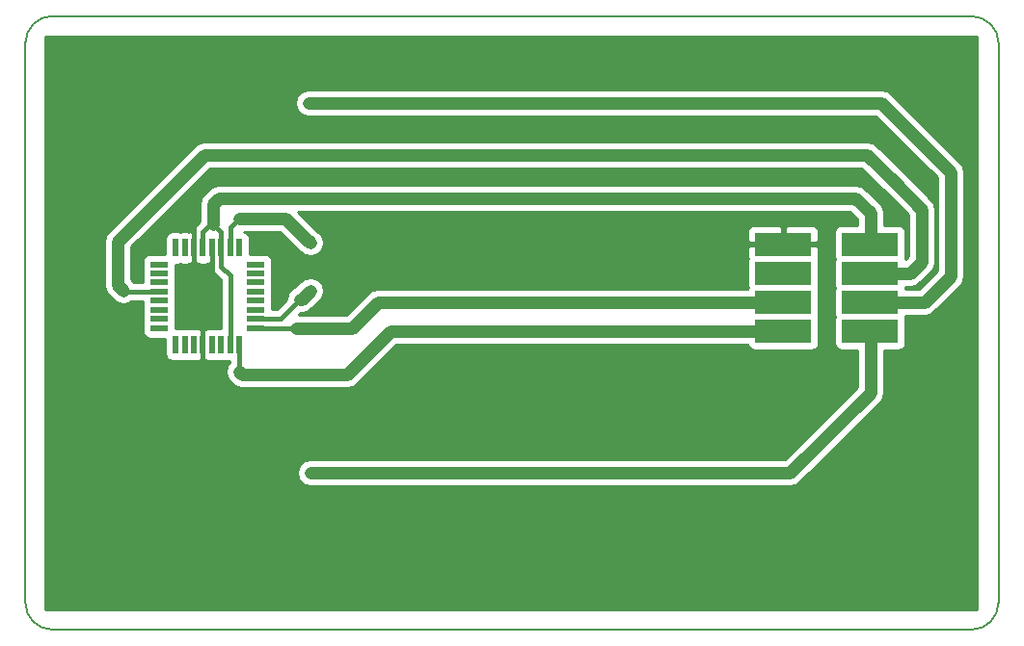
<source format=gbr>
%TF.GenerationSoftware,KiCad,Pcbnew,4.0.2+dfsg1-stable*%
%TF.CreationDate,2018-07-14T12:02:58+02:00*%
%TF.ProjectId,carte_7816,63617274655F373831362E6B69636164,rev?*%
%TF.FileFunction,Copper,L2,Bot,Signal*%
%FSLAX46Y46*%
G04 Gerber Fmt 4.6, Leading zero omitted, Abs format (unit mm)*
G04 Created by KiCad (PCBNEW 4.0.2+dfsg1-stable) date sam. 14 juil. 2018 12:02:58 CEST*
%MOMM*%
G01*
G04 APERTURE LIST*
%ADD10C,0.150000*%
%ADD11R,0.550000X1.600000*%
%ADD12R,1.600000X0.550000*%
%ADD13R,5.000000X2.100000*%
%ADD14C,0.600000*%
%ADD15C,1.100000*%
%ADD16C,0.400000*%
%ADD17C,0.420000*%
%ADD18C,0.200000*%
%ADD19C,0.254000*%
G04 APERTURE END LIST*
D10*
X85471000Y-2413000D02*
X85471000Y-51562000D01*
X2413000Y-53975000D02*
X83058000Y-53975000D01*
X0Y-2413000D02*
X0Y-51562000D01*
X83058000Y0D02*
X2413000Y0D01*
X83058000Y-53975000D02*
G75*
G03X85471000Y-51562000I0J2413000D01*
G01*
X0Y-51562000D02*
G75*
G03X2413000Y-53975000I2413000J0D01*
G01*
X2413000Y0D02*
G75*
G03X0Y-2413000I0J-2413000D01*
G01*
X85471000Y-2413000D02*
G75*
G03X83058000Y0I-2413000J0D01*
G01*
D11*
X13202000Y-20388000D03*
X14002000Y-20388000D03*
X14802000Y-20388000D03*
X15602000Y-20388000D03*
X16402000Y-20388000D03*
X17202000Y-20388000D03*
X18002000Y-20388000D03*
X18802000Y-20388000D03*
D12*
X20252000Y-21838000D03*
X20252000Y-22638000D03*
X20252000Y-23438000D03*
X20252000Y-24238000D03*
X20252000Y-25038000D03*
X20252000Y-25838000D03*
X20252000Y-26638000D03*
X20252000Y-27438000D03*
D11*
X18802000Y-28888000D03*
X18002000Y-28888000D03*
X17202000Y-28888000D03*
X16402000Y-28888000D03*
X15602000Y-28888000D03*
X14802000Y-28888000D03*
X14002000Y-28888000D03*
X13202000Y-28888000D03*
D12*
X11752000Y-27438000D03*
X11752000Y-26638000D03*
X11752000Y-25838000D03*
X11752000Y-25038000D03*
X11752000Y-24238000D03*
X11752000Y-23438000D03*
X11752000Y-22638000D03*
X11752000Y-21838000D03*
D13*
X74168000Y-20066000D03*
X74168000Y-22606000D03*
X74168000Y-25146000D03*
X74168000Y-27686000D03*
X66548000Y-20066000D03*
X66548000Y-22606000D03*
X66548000Y-25146000D03*
X66548000Y-27686000D03*
D14*
X25019000Y-24130000D03*
X25019000Y-40182800D03*
X24892000Y-7620000D03*
X25019000Y-19939000D03*
D15*
X74213100Y-20115000D02*
X74213100Y-17317100D01*
X74213100Y-17317100D02*
X72898000Y-16002000D01*
X72898000Y-16002000D02*
X17018000Y-16002000D01*
X17018000Y-16002000D02*
X16510000Y-16510000D01*
X16510000Y-18288000D02*
X16510000Y-16510000D01*
D16*
X16281400Y-18288000D02*
X15602000Y-18967400D01*
X16510000Y-18288000D02*
X16281400Y-18288000D01*
D17*
X17202000Y-18980000D02*
X16510000Y-18288000D01*
D16*
X17202000Y-18980000D02*
X16510000Y-18288000D01*
D18*
X17202000Y-18980000D02*
X16510000Y-18288000D01*
D16*
X15602000Y-18967400D02*
X15602000Y-20388000D01*
D17*
X17202000Y-20388000D02*
X17202000Y-18980000D01*
D16*
X17202000Y-20388000D02*
X17202000Y-22028000D01*
X18002000Y-22828000D02*
X18002000Y-28888000D01*
D18*
X18002000Y-22828000D02*
X18002000Y-28888000D01*
D16*
X17202000Y-22028000D02*
X18002000Y-22828000D01*
D18*
X17202000Y-22028000D02*
X18002000Y-22828000D01*
D17*
X14802000Y-20388000D02*
X14802000Y-17723000D01*
X14802000Y-17723000D02*
X14732000Y-17653000D01*
X14802000Y-20388000D02*
X14802000Y-23946000D01*
X16402000Y-20388000D02*
X16402000Y-23946000D01*
X15602000Y-28888000D02*
X15602000Y-30969000D01*
X15602000Y-30969000D02*
X15621000Y-30988000D01*
X15602000Y-28888000D02*
X15602000Y-24746000D01*
D18*
X15494000Y-28996000D02*
X15602000Y-28888000D01*
D16*
X14802000Y-23946000D02*
X15602000Y-24746000D01*
D18*
X14802000Y-23946000D02*
X15602000Y-24746000D01*
D17*
X16402000Y-23946000D02*
X15602000Y-24746000D01*
D16*
X15602000Y-24746000D02*
X16402000Y-23946000D01*
D17*
X14998700Y-24142700D02*
X15602000Y-24746000D01*
X14802000Y-23946000D02*
X14998700Y-24142700D01*
X20252000Y-26638000D02*
X22409400Y-26638000D01*
X22409400Y-26638000D02*
X24142700Y-24904700D01*
X24142700Y-24904700D02*
X24892000Y-24155400D01*
D16*
X22409400Y-26638000D02*
X24892000Y-24155400D01*
D18*
X24892000Y-24155400D02*
X24866600Y-24155400D01*
X24866600Y-24155400D02*
X22352000Y-26670000D01*
X22352000Y-26670000D02*
X20284000Y-26670000D01*
X20284000Y-26670000D02*
X20252000Y-26638000D01*
D15*
X24244300Y-24904700D02*
X24142700Y-24904700D01*
X25019000Y-24130000D02*
X24244300Y-24904700D01*
X67157600Y-40182800D02*
X25019000Y-40182800D01*
X74213100Y-33127300D02*
X67157600Y-40182800D01*
X30939000Y-25195000D02*
X66593100Y-25195000D01*
D18*
X66593100Y-25195000D02*
X30939000Y-25195000D01*
D15*
X28696000Y-27438000D02*
X30939000Y-25195000D01*
D18*
X30939000Y-25195000D02*
X28696000Y-27438000D01*
D15*
X23799800Y-27438000D02*
X28696000Y-27438000D01*
D17*
X23799800Y-27438000D02*
X23958200Y-27279600D01*
X23977600Y-27279600D02*
X23799800Y-27279600D01*
X23958200Y-27279600D02*
X23977600Y-27279600D01*
D16*
X23799800Y-27127200D02*
X23799800Y-27279600D01*
X23799800Y-27279600D02*
X23799800Y-27438000D01*
X23489000Y-27438000D02*
X23799800Y-27127200D01*
D17*
X20252000Y-27438000D02*
X23799800Y-27438000D01*
D16*
X20252000Y-27438000D02*
X23489000Y-27438000D01*
D15*
X66593100Y-27735000D02*
X32053000Y-27735000D01*
D17*
X18802000Y-28888000D02*
X18802000Y-31248000D01*
X18802000Y-31248000D02*
X18796000Y-31242000D01*
D15*
X19050000Y-31496000D02*
X18796000Y-31242000D01*
X19304000Y-31496000D02*
X19050000Y-31496000D01*
D16*
X18802000Y-31248000D02*
X18802000Y-30994000D01*
D18*
X19304000Y-31496000D02*
X18802000Y-30994000D01*
D15*
X28292000Y-31496000D02*
X19304000Y-31496000D01*
D18*
X19304000Y-31496000D02*
X28292000Y-31496000D01*
D15*
X32053000Y-27735000D02*
X28292000Y-31496000D01*
D18*
X32053000Y-27735000D02*
X28448000Y-31340000D01*
X28292000Y-31496000D02*
X28448000Y-31340000D01*
X28448000Y-31340000D02*
X28448000Y-31242000D01*
X28448000Y-31242000D02*
X28448000Y-31340000D01*
D15*
X24892000Y-19812000D02*
X23876000Y-18796000D01*
X23876000Y-18796000D02*
X22860000Y-17780000D01*
D17*
X18002000Y-18574000D02*
X18796000Y-17780000D01*
X18002000Y-20388000D02*
X18002000Y-18574000D01*
X18002000Y-18574000D02*
X18288000Y-18288000D01*
D15*
X22860000Y-17780000D02*
X18796000Y-17780000D01*
D18*
X18034000Y-18542000D02*
X18034000Y-20356000D01*
X18796000Y-17780000D02*
X18288000Y-18288000D01*
X18288000Y-18288000D02*
X18034000Y-18542000D01*
X22860000Y-17780000D02*
X18796000Y-17780000D01*
X18034000Y-20356000D02*
X18002000Y-20388000D01*
D15*
X25019000Y-19939000D02*
X23876000Y-18796000D01*
X26162000Y-7620000D02*
X24892000Y-7620000D01*
X75184000Y-7620000D02*
X26162000Y-7620000D01*
X81280000Y-13716000D02*
X75184000Y-7620000D01*
X81280000Y-22860000D02*
X81280000Y-13716000D01*
X78945000Y-25195000D02*
X81280000Y-22860000D01*
X76327000Y-14605000D02*
X73914000Y-12192000D01*
X15748000Y-12192000D02*
X13589000Y-14351000D01*
X73914000Y-12192000D02*
X15748000Y-12192000D01*
X8128000Y-23622000D02*
X8636000Y-24130000D01*
X8128000Y-20066000D02*
X8128000Y-23622000D01*
D16*
X11752000Y-24238000D02*
X8744000Y-24238000D01*
X8744000Y-24238000D02*
X8636000Y-24130000D01*
D18*
X11752000Y-24238000D02*
X8274000Y-24238000D01*
X8274000Y-24238000D02*
X8382000Y-24130000D01*
X8382000Y-24130000D02*
X8636000Y-24130000D01*
D15*
X8128000Y-19812000D02*
X8128000Y-20066000D01*
X13589000Y-14351000D02*
X8128000Y-19812000D01*
X76327000Y-14605000D02*
X78740000Y-17018000D01*
X78740000Y-21590000D02*
X78740000Y-17018000D01*
X77675000Y-22655000D02*
X78740000Y-21590000D01*
X74213100Y-22655000D02*
X77675000Y-22655000D01*
X74213100Y-25195000D02*
X78945000Y-25195000D01*
X74213100Y-27735000D02*
X74213100Y-33127300D01*
D19*
G36*
X83566000Y-52197000D02*
X1778000Y-52197000D01*
X1778000Y-19812000D01*
X6942999Y-19812000D01*
X6943000Y-19812005D01*
X6943000Y-23621995D01*
X6942999Y-23622000D01*
X7033203Y-24075480D01*
X7290078Y-24459922D01*
X7798078Y-24967921D01*
X8182520Y-25224797D01*
X8636000Y-25315000D01*
X9089479Y-25224797D01*
X9316659Y-25073000D01*
X10304560Y-25073000D01*
X10304560Y-25313000D01*
X10328944Y-25442589D01*
X10304560Y-25563000D01*
X10304560Y-26113000D01*
X10328944Y-26242589D01*
X10304560Y-26363000D01*
X10304560Y-26913000D01*
X10328944Y-27042589D01*
X10304560Y-27163000D01*
X10304560Y-27713000D01*
X10348838Y-27948317D01*
X10487910Y-28164441D01*
X10700110Y-28309431D01*
X10952000Y-28360440D01*
X12279560Y-28360440D01*
X12279560Y-29688000D01*
X12323838Y-29923317D01*
X12462910Y-30139441D01*
X12675110Y-30284431D01*
X12927000Y-30335440D01*
X13477000Y-30335440D01*
X13606589Y-30311056D01*
X13727000Y-30335440D01*
X14277000Y-30335440D01*
X14406589Y-30311056D01*
X14527000Y-30335440D01*
X15077000Y-30335440D01*
X15182705Y-30315550D01*
X15200690Y-30323000D01*
X15316250Y-30323000D01*
X15412651Y-30226599D01*
X15528441Y-30152090D01*
X15601884Y-30044603D01*
X15662910Y-30139441D01*
X15793245Y-30228495D01*
X15887750Y-30323000D01*
X16003310Y-30323000D01*
X16023753Y-30314532D01*
X16127000Y-30335440D01*
X16677000Y-30335440D01*
X16806589Y-30311056D01*
X16927000Y-30335440D01*
X17477000Y-30335440D01*
X17606589Y-30311056D01*
X17727000Y-30335440D01*
X17957000Y-30335440D01*
X17957000Y-30405691D01*
X17701203Y-30788520D01*
X17610999Y-31242000D01*
X17701203Y-31695480D01*
X17958078Y-32079922D01*
X18212076Y-32333919D01*
X18212078Y-32333922D01*
X18596520Y-32590797D01*
X19050000Y-32681000D01*
X28291995Y-32681000D01*
X28292000Y-32681001D01*
X28745480Y-32590797D01*
X29129922Y-32333922D01*
X32543843Y-28920000D01*
X63435182Y-28920000D01*
X63444838Y-28971317D01*
X63583910Y-29187441D01*
X63796110Y-29332431D01*
X64048000Y-29383440D01*
X69048000Y-29383440D01*
X69283317Y-29339162D01*
X69499441Y-29200090D01*
X69644431Y-28987890D01*
X69695440Y-28736000D01*
X69695440Y-26636000D01*
X69652524Y-26407924D01*
X69695440Y-26196000D01*
X69695440Y-24096000D01*
X69652524Y-23867924D01*
X69695440Y-23656000D01*
X69695440Y-21556000D01*
X69651162Y-21320683D01*
X69650782Y-21320092D01*
X69683000Y-21242310D01*
X69683000Y-20351750D01*
X69524250Y-20193000D01*
X66675000Y-20193000D01*
X66675000Y-20213000D01*
X66421000Y-20213000D01*
X66421000Y-20193000D01*
X63571750Y-20193000D01*
X63413000Y-20351750D01*
X63413000Y-21242310D01*
X63447310Y-21325142D01*
X63400560Y-21556000D01*
X63400560Y-23656000D01*
X63443476Y-23884076D01*
X63417975Y-24010000D01*
X30939005Y-24010000D01*
X30939000Y-24009999D01*
X30485520Y-24100203D01*
X30101078Y-24357078D01*
X28205156Y-26253000D01*
X23989410Y-26253000D01*
X24152710Y-26089700D01*
X24244295Y-26089700D01*
X24244300Y-26089701D01*
X24697780Y-25999497D01*
X25082222Y-25742622D01*
X25856921Y-24967922D01*
X26113797Y-24583480D01*
X26204000Y-24130000D01*
X26113797Y-23676521D01*
X25856921Y-23292079D01*
X25472479Y-23035203D01*
X25019000Y-22945000D01*
X24565520Y-23035203D01*
X24181078Y-23292079D01*
X23610965Y-23862191D01*
X23304778Y-24066778D01*
X23047903Y-24451220D01*
X22960186Y-24892204D01*
X22059390Y-25793000D01*
X21699440Y-25793000D01*
X21699440Y-25563000D01*
X21675056Y-25433411D01*
X21699440Y-25313000D01*
X21699440Y-24763000D01*
X21675056Y-24633411D01*
X21699440Y-24513000D01*
X21699440Y-23963000D01*
X21675056Y-23833411D01*
X21699440Y-23713000D01*
X21699440Y-23163000D01*
X21675056Y-23033411D01*
X21699440Y-22913000D01*
X21699440Y-22363000D01*
X21675056Y-22233411D01*
X21699440Y-22113000D01*
X21699440Y-21563000D01*
X21655162Y-21327683D01*
X21516090Y-21111559D01*
X21303890Y-20966569D01*
X21052000Y-20915560D01*
X19724440Y-20915560D01*
X19724440Y-19588000D01*
X19680162Y-19352683D01*
X19541090Y-19136559D01*
X19328890Y-18991569D01*
X19197688Y-18965000D01*
X22369156Y-18965000D01*
X24054078Y-20649922D01*
X24054081Y-20649924D01*
X24181078Y-20776921D01*
X24565520Y-21033797D01*
X25019000Y-21124001D01*
X25472480Y-21033797D01*
X25856921Y-20776921D01*
X26113797Y-20392480D01*
X26204001Y-19939000D01*
X26113797Y-19485520D01*
X25856921Y-19101078D01*
X25729924Y-18974081D01*
X25729922Y-18974078D01*
X25645534Y-18889690D01*
X63413000Y-18889690D01*
X63413000Y-19780250D01*
X63571750Y-19939000D01*
X66421000Y-19939000D01*
X66421000Y-18539750D01*
X66675000Y-18539750D01*
X66675000Y-19939000D01*
X69524250Y-19939000D01*
X69683000Y-19780250D01*
X69683000Y-18889690D01*
X69586327Y-18656301D01*
X69407698Y-18477673D01*
X69174309Y-18381000D01*
X66833750Y-18381000D01*
X66675000Y-18539750D01*
X66421000Y-18539750D01*
X66262250Y-18381000D01*
X63921691Y-18381000D01*
X63688302Y-18477673D01*
X63509673Y-18656301D01*
X63413000Y-18889690D01*
X25645534Y-18889690D01*
X23942844Y-17187000D01*
X72407156Y-17187000D01*
X73028100Y-17807943D01*
X73028100Y-18368560D01*
X71668000Y-18368560D01*
X71432683Y-18412838D01*
X71216559Y-18551910D01*
X71071569Y-18764110D01*
X71020560Y-19016000D01*
X71020560Y-21116000D01*
X71063476Y-21344076D01*
X71020560Y-21556000D01*
X71020560Y-23656000D01*
X71063476Y-23884076D01*
X71020560Y-24096000D01*
X71020560Y-26196000D01*
X71063476Y-26424076D01*
X71020560Y-26636000D01*
X71020560Y-28736000D01*
X71064838Y-28971317D01*
X71203910Y-29187441D01*
X71416110Y-29332431D01*
X71668000Y-29383440D01*
X73028100Y-29383440D01*
X73028100Y-32636457D01*
X66666756Y-38997800D01*
X25019000Y-38997800D01*
X24565520Y-39088003D01*
X24181078Y-39344878D01*
X23924203Y-39729320D01*
X23834000Y-40182800D01*
X23924203Y-40636280D01*
X24181078Y-41020722D01*
X24565520Y-41277597D01*
X25019000Y-41367800D01*
X67157595Y-41367800D01*
X67157600Y-41367801D01*
X67611080Y-41277597D01*
X67995522Y-41020722D01*
X75051019Y-33965224D01*
X75051022Y-33965222D01*
X75307897Y-33580780D01*
X75322863Y-33505542D01*
X75398101Y-33127300D01*
X75398100Y-33127295D01*
X75398100Y-29383440D01*
X76668000Y-29383440D01*
X76903317Y-29339162D01*
X77119441Y-29200090D01*
X77264431Y-28987890D01*
X77315440Y-28736000D01*
X77315440Y-26636000D01*
X77272524Y-26407924D01*
X77278179Y-26380000D01*
X78944995Y-26380000D01*
X78945000Y-26380001D01*
X79398480Y-26289797D01*
X79782922Y-26032922D01*
X82117919Y-23697924D01*
X82117922Y-23697922D01*
X82374797Y-23313480D01*
X82398332Y-23195162D01*
X82465001Y-22860000D01*
X82465000Y-22859995D01*
X82465000Y-13716005D01*
X82465001Y-13716000D01*
X82374797Y-13262520D01*
X82370576Y-13256203D01*
X82117922Y-12878078D01*
X82117919Y-12878076D01*
X76021922Y-6782078D01*
X75637480Y-6525203D01*
X75184000Y-6434999D01*
X75183995Y-6435000D01*
X24892000Y-6435000D01*
X24438520Y-6525203D01*
X24054078Y-6782078D01*
X23797203Y-7166520D01*
X23707000Y-7620000D01*
X23797203Y-8073480D01*
X24054078Y-8457922D01*
X24438520Y-8714797D01*
X24892000Y-8805000D01*
X74693156Y-8805000D01*
X80095000Y-14206843D01*
X80095000Y-22369157D01*
X78454156Y-24010000D01*
X77299258Y-24010000D01*
X77272524Y-23867924D01*
X77278179Y-23840000D01*
X77674995Y-23840000D01*
X77675000Y-23840001D01*
X78128480Y-23749797D01*
X78512922Y-23492922D01*
X79577919Y-22427924D01*
X79577922Y-22427922D01*
X79834797Y-22043480D01*
X79925000Y-21590000D01*
X79925000Y-17018000D01*
X79834797Y-16564520D01*
X79577922Y-16180078D01*
X79577919Y-16180076D01*
X77164922Y-13767078D01*
X77164919Y-13767076D01*
X74751922Y-11354078D01*
X74367480Y-11097203D01*
X73914000Y-11006999D01*
X73913995Y-11007000D01*
X15748005Y-11007000D01*
X15748000Y-11006999D01*
X15294520Y-11097203D01*
X14910078Y-11354078D01*
X14910076Y-11354081D01*
X12751078Y-13513078D01*
X12751076Y-13513081D01*
X7290078Y-18974078D01*
X7033203Y-19358520D01*
X6942999Y-19812000D01*
X1778000Y-19812000D01*
X1778000Y-1778000D01*
X83566000Y-1778000D01*
X83566000Y-52197000D01*
X83566000Y-52197000D01*
G37*
X83566000Y-52197000D02*
X1778000Y-52197000D01*
X1778000Y-19812000D01*
X6942999Y-19812000D01*
X6943000Y-19812005D01*
X6943000Y-23621995D01*
X6942999Y-23622000D01*
X7033203Y-24075480D01*
X7290078Y-24459922D01*
X7798078Y-24967921D01*
X8182520Y-25224797D01*
X8636000Y-25315000D01*
X9089479Y-25224797D01*
X9316659Y-25073000D01*
X10304560Y-25073000D01*
X10304560Y-25313000D01*
X10328944Y-25442589D01*
X10304560Y-25563000D01*
X10304560Y-26113000D01*
X10328944Y-26242589D01*
X10304560Y-26363000D01*
X10304560Y-26913000D01*
X10328944Y-27042589D01*
X10304560Y-27163000D01*
X10304560Y-27713000D01*
X10348838Y-27948317D01*
X10487910Y-28164441D01*
X10700110Y-28309431D01*
X10952000Y-28360440D01*
X12279560Y-28360440D01*
X12279560Y-29688000D01*
X12323838Y-29923317D01*
X12462910Y-30139441D01*
X12675110Y-30284431D01*
X12927000Y-30335440D01*
X13477000Y-30335440D01*
X13606589Y-30311056D01*
X13727000Y-30335440D01*
X14277000Y-30335440D01*
X14406589Y-30311056D01*
X14527000Y-30335440D01*
X15077000Y-30335440D01*
X15182705Y-30315550D01*
X15200690Y-30323000D01*
X15316250Y-30323000D01*
X15412651Y-30226599D01*
X15528441Y-30152090D01*
X15601884Y-30044603D01*
X15662910Y-30139441D01*
X15793245Y-30228495D01*
X15887750Y-30323000D01*
X16003310Y-30323000D01*
X16023753Y-30314532D01*
X16127000Y-30335440D01*
X16677000Y-30335440D01*
X16806589Y-30311056D01*
X16927000Y-30335440D01*
X17477000Y-30335440D01*
X17606589Y-30311056D01*
X17727000Y-30335440D01*
X17957000Y-30335440D01*
X17957000Y-30405691D01*
X17701203Y-30788520D01*
X17610999Y-31242000D01*
X17701203Y-31695480D01*
X17958078Y-32079922D01*
X18212076Y-32333919D01*
X18212078Y-32333922D01*
X18596520Y-32590797D01*
X19050000Y-32681000D01*
X28291995Y-32681000D01*
X28292000Y-32681001D01*
X28745480Y-32590797D01*
X29129922Y-32333922D01*
X32543843Y-28920000D01*
X63435182Y-28920000D01*
X63444838Y-28971317D01*
X63583910Y-29187441D01*
X63796110Y-29332431D01*
X64048000Y-29383440D01*
X69048000Y-29383440D01*
X69283317Y-29339162D01*
X69499441Y-29200090D01*
X69644431Y-28987890D01*
X69695440Y-28736000D01*
X69695440Y-26636000D01*
X69652524Y-26407924D01*
X69695440Y-26196000D01*
X69695440Y-24096000D01*
X69652524Y-23867924D01*
X69695440Y-23656000D01*
X69695440Y-21556000D01*
X69651162Y-21320683D01*
X69650782Y-21320092D01*
X69683000Y-21242310D01*
X69683000Y-20351750D01*
X69524250Y-20193000D01*
X66675000Y-20193000D01*
X66675000Y-20213000D01*
X66421000Y-20213000D01*
X66421000Y-20193000D01*
X63571750Y-20193000D01*
X63413000Y-20351750D01*
X63413000Y-21242310D01*
X63447310Y-21325142D01*
X63400560Y-21556000D01*
X63400560Y-23656000D01*
X63443476Y-23884076D01*
X63417975Y-24010000D01*
X30939005Y-24010000D01*
X30939000Y-24009999D01*
X30485520Y-24100203D01*
X30101078Y-24357078D01*
X28205156Y-26253000D01*
X23989410Y-26253000D01*
X24152710Y-26089700D01*
X24244295Y-26089700D01*
X24244300Y-26089701D01*
X24697780Y-25999497D01*
X25082222Y-25742622D01*
X25856921Y-24967922D01*
X26113797Y-24583480D01*
X26204000Y-24130000D01*
X26113797Y-23676521D01*
X25856921Y-23292079D01*
X25472479Y-23035203D01*
X25019000Y-22945000D01*
X24565520Y-23035203D01*
X24181078Y-23292079D01*
X23610965Y-23862191D01*
X23304778Y-24066778D01*
X23047903Y-24451220D01*
X22960186Y-24892204D01*
X22059390Y-25793000D01*
X21699440Y-25793000D01*
X21699440Y-25563000D01*
X21675056Y-25433411D01*
X21699440Y-25313000D01*
X21699440Y-24763000D01*
X21675056Y-24633411D01*
X21699440Y-24513000D01*
X21699440Y-23963000D01*
X21675056Y-23833411D01*
X21699440Y-23713000D01*
X21699440Y-23163000D01*
X21675056Y-23033411D01*
X21699440Y-22913000D01*
X21699440Y-22363000D01*
X21675056Y-22233411D01*
X21699440Y-22113000D01*
X21699440Y-21563000D01*
X21655162Y-21327683D01*
X21516090Y-21111559D01*
X21303890Y-20966569D01*
X21052000Y-20915560D01*
X19724440Y-20915560D01*
X19724440Y-19588000D01*
X19680162Y-19352683D01*
X19541090Y-19136559D01*
X19328890Y-18991569D01*
X19197688Y-18965000D01*
X22369156Y-18965000D01*
X24054078Y-20649922D01*
X24054081Y-20649924D01*
X24181078Y-20776921D01*
X24565520Y-21033797D01*
X25019000Y-21124001D01*
X25472480Y-21033797D01*
X25856921Y-20776921D01*
X26113797Y-20392480D01*
X26204001Y-19939000D01*
X26113797Y-19485520D01*
X25856921Y-19101078D01*
X25729924Y-18974081D01*
X25729922Y-18974078D01*
X25645534Y-18889690D01*
X63413000Y-18889690D01*
X63413000Y-19780250D01*
X63571750Y-19939000D01*
X66421000Y-19939000D01*
X66421000Y-18539750D01*
X66675000Y-18539750D01*
X66675000Y-19939000D01*
X69524250Y-19939000D01*
X69683000Y-19780250D01*
X69683000Y-18889690D01*
X69586327Y-18656301D01*
X69407698Y-18477673D01*
X69174309Y-18381000D01*
X66833750Y-18381000D01*
X66675000Y-18539750D01*
X66421000Y-18539750D01*
X66262250Y-18381000D01*
X63921691Y-18381000D01*
X63688302Y-18477673D01*
X63509673Y-18656301D01*
X63413000Y-18889690D01*
X25645534Y-18889690D01*
X23942844Y-17187000D01*
X72407156Y-17187000D01*
X73028100Y-17807943D01*
X73028100Y-18368560D01*
X71668000Y-18368560D01*
X71432683Y-18412838D01*
X71216559Y-18551910D01*
X71071569Y-18764110D01*
X71020560Y-19016000D01*
X71020560Y-21116000D01*
X71063476Y-21344076D01*
X71020560Y-21556000D01*
X71020560Y-23656000D01*
X71063476Y-23884076D01*
X71020560Y-24096000D01*
X71020560Y-26196000D01*
X71063476Y-26424076D01*
X71020560Y-26636000D01*
X71020560Y-28736000D01*
X71064838Y-28971317D01*
X71203910Y-29187441D01*
X71416110Y-29332431D01*
X71668000Y-29383440D01*
X73028100Y-29383440D01*
X73028100Y-32636457D01*
X66666756Y-38997800D01*
X25019000Y-38997800D01*
X24565520Y-39088003D01*
X24181078Y-39344878D01*
X23924203Y-39729320D01*
X23834000Y-40182800D01*
X23924203Y-40636280D01*
X24181078Y-41020722D01*
X24565520Y-41277597D01*
X25019000Y-41367800D01*
X67157595Y-41367800D01*
X67157600Y-41367801D01*
X67611080Y-41277597D01*
X67995522Y-41020722D01*
X75051019Y-33965224D01*
X75051022Y-33965222D01*
X75307897Y-33580780D01*
X75322863Y-33505542D01*
X75398101Y-33127300D01*
X75398100Y-33127295D01*
X75398100Y-29383440D01*
X76668000Y-29383440D01*
X76903317Y-29339162D01*
X77119441Y-29200090D01*
X77264431Y-28987890D01*
X77315440Y-28736000D01*
X77315440Y-26636000D01*
X77272524Y-26407924D01*
X77278179Y-26380000D01*
X78944995Y-26380000D01*
X78945000Y-26380001D01*
X79398480Y-26289797D01*
X79782922Y-26032922D01*
X82117919Y-23697924D01*
X82117922Y-23697922D01*
X82374797Y-23313480D01*
X82398332Y-23195162D01*
X82465001Y-22860000D01*
X82465000Y-22859995D01*
X82465000Y-13716005D01*
X82465001Y-13716000D01*
X82374797Y-13262520D01*
X82370576Y-13256203D01*
X82117922Y-12878078D01*
X82117919Y-12878076D01*
X76021922Y-6782078D01*
X75637480Y-6525203D01*
X75184000Y-6434999D01*
X75183995Y-6435000D01*
X24892000Y-6435000D01*
X24438520Y-6525203D01*
X24054078Y-6782078D01*
X23797203Y-7166520D01*
X23707000Y-7620000D01*
X23797203Y-8073480D01*
X24054078Y-8457922D01*
X24438520Y-8714797D01*
X24892000Y-8805000D01*
X74693156Y-8805000D01*
X80095000Y-14206843D01*
X80095000Y-22369157D01*
X78454156Y-24010000D01*
X77299258Y-24010000D01*
X77272524Y-23867924D01*
X77278179Y-23840000D01*
X77674995Y-23840000D01*
X77675000Y-23840001D01*
X78128480Y-23749797D01*
X78512922Y-23492922D01*
X79577919Y-22427924D01*
X79577922Y-22427922D01*
X79834797Y-22043480D01*
X79925000Y-21590000D01*
X79925000Y-17018000D01*
X79834797Y-16564520D01*
X79577922Y-16180078D01*
X79577919Y-16180076D01*
X77164922Y-13767078D01*
X77164919Y-13767076D01*
X74751922Y-11354078D01*
X74367480Y-11097203D01*
X73914000Y-11006999D01*
X73913995Y-11007000D01*
X15748005Y-11007000D01*
X15748000Y-11006999D01*
X15294520Y-11097203D01*
X14910078Y-11354078D01*
X14910076Y-11354081D01*
X12751078Y-13513078D01*
X12751076Y-13513081D01*
X7290078Y-18974078D01*
X7033203Y-19358520D01*
X6942999Y-19812000D01*
X1778000Y-19812000D01*
X1778000Y-1778000D01*
X83566000Y-1778000D01*
X83566000Y-52197000D01*
G36*
X14862910Y-21639441D02*
X14993245Y-21728495D01*
X15087750Y-21823000D01*
X15203310Y-21823000D01*
X15223753Y-21814532D01*
X15327000Y-21835440D01*
X15877000Y-21835440D01*
X15982705Y-21815550D01*
X16000690Y-21823000D01*
X16116250Y-21823000D01*
X16212651Y-21726599D01*
X16274998Y-21686480D01*
X16274998Y-21823000D01*
X16367000Y-21823000D01*
X16367000Y-22028000D01*
X16430561Y-22347541D01*
X16575489Y-22564441D01*
X16611566Y-22618434D01*
X17167000Y-23173868D01*
X17167000Y-27440560D01*
X16927000Y-27440560D01*
X16797411Y-27464944D01*
X16677000Y-27440560D01*
X16127000Y-27440560D01*
X16021295Y-27460450D01*
X16003310Y-27453000D01*
X15887750Y-27453000D01*
X15791349Y-27549401D01*
X15675559Y-27623910D01*
X15602116Y-27731397D01*
X15541090Y-27636559D01*
X15410755Y-27547505D01*
X15316250Y-27453000D01*
X15200690Y-27453000D01*
X15180247Y-27461468D01*
X15077000Y-27440560D01*
X14527000Y-27440560D01*
X14397411Y-27464944D01*
X14277000Y-27440560D01*
X13727000Y-27440560D01*
X13597411Y-27464944D01*
X13477000Y-27440560D01*
X13199440Y-27440560D01*
X13199440Y-27163000D01*
X13175056Y-27033411D01*
X13199440Y-26913000D01*
X13199440Y-26363000D01*
X13175056Y-26233411D01*
X13199440Y-26113000D01*
X13199440Y-25563000D01*
X13175056Y-25433411D01*
X13199440Y-25313000D01*
X13199440Y-24763000D01*
X13175056Y-24633411D01*
X13199440Y-24513000D01*
X13199440Y-23963000D01*
X13175056Y-23833411D01*
X13199440Y-23713000D01*
X13199440Y-23163000D01*
X13175056Y-23033411D01*
X13199440Y-22913000D01*
X13199440Y-22363000D01*
X13175056Y-22233411D01*
X13199440Y-22113000D01*
X13199440Y-21835440D01*
X13477000Y-21835440D01*
X13606589Y-21811056D01*
X13727000Y-21835440D01*
X14277000Y-21835440D01*
X14382705Y-21815550D01*
X14400690Y-21823000D01*
X14516250Y-21823000D01*
X14612651Y-21726599D01*
X14728441Y-21652090D01*
X14801884Y-21544603D01*
X14862910Y-21639441D01*
X14862910Y-21639441D01*
G37*
X14862910Y-21639441D02*
X14993245Y-21728495D01*
X15087750Y-21823000D01*
X15203310Y-21823000D01*
X15223753Y-21814532D01*
X15327000Y-21835440D01*
X15877000Y-21835440D01*
X15982705Y-21815550D01*
X16000690Y-21823000D01*
X16116250Y-21823000D01*
X16212651Y-21726599D01*
X16274998Y-21686480D01*
X16274998Y-21823000D01*
X16367000Y-21823000D01*
X16367000Y-22028000D01*
X16430561Y-22347541D01*
X16575489Y-22564441D01*
X16611566Y-22618434D01*
X17167000Y-23173868D01*
X17167000Y-27440560D01*
X16927000Y-27440560D01*
X16797411Y-27464944D01*
X16677000Y-27440560D01*
X16127000Y-27440560D01*
X16021295Y-27460450D01*
X16003310Y-27453000D01*
X15887750Y-27453000D01*
X15791349Y-27549401D01*
X15675559Y-27623910D01*
X15602116Y-27731397D01*
X15541090Y-27636559D01*
X15410755Y-27547505D01*
X15316250Y-27453000D01*
X15200690Y-27453000D01*
X15180247Y-27461468D01*
X15077000Y-27440560D01*
X14527000Y-27440560D01*
X14397411Y-27464944D01*
X14277000Y-27440560D01*
X13727000Y-27440560D01*
X13597411Y-27464944D01*
X13477000Y-27440560D01*
X13199440Y-27440560D01*
X13199440Y-27163000D01*
X13175056Y-27033411D01*
X13199440Y-26913000D01*
X13199440Y-26363000D01*
X13175056Y-26233411D01*
X13199440Y-26113000D01*
X13199440Y-25563000D01*
X13175056Y-25433411D01*
X13199440Y-25313000D01*
X13199440Y-24763000D01*
X13175056Y-24633411D01*
X13199440Y-24513000D01*
X13199440Y-23963000D01*
X13175056Y-23833411D01*
X13199440Y-23713000D01*
X13199440Y-23163000D01*
X13175056Y-23033411D01*
X13199440Y-22913000D01*
X13199440Y-22363000D01*
X13175056Y-22233411D01*
X13199440Y-22113000D01*
X13199440Y-21835440D01*
X13477000Y-21835440D01*
X13606589Y-21811056D01*
X13727000Y-21835440D01*
X14277000Y-21835440D01*
X14382705Y-21815550D01*
X14400690Y-21823000D01*
X14516250Y-21823000D01*
X14612651Y-21726599D01*
X14728441Y-21652090D01*
X14801884Y-21544603D01*
X14862910Y-21639441D01*
G36*
X75489076Y-15442919D02*
X75489078Y-15442922D01*
X77555000Y-17508843D01*
X77555000Y-21099157D01*
X77281030Y-21373126D01*
X77272524Y-21327924D01*
X77315440Y-21116000D01*
X77315440Y-19016000D01*
X77271162Y-18780683D01*
X77132090Y-18564559D01*
X76919890Y-18419569D01*
X76668000Y-18368560D01*
X75398100Y-18368560D01*
X75398100Y-17317100D01*
X75307897Y-16863620D01*
X75051022Y-16479178D01*
X75051019Y-16479176D01*
X73735922Y-15164078D01*
X73351480Y-14907203D01*
X72898000Y-14816999D01*
X72897995Y-14817000D01*
X17018000Y-14817000D01*
X16564520Y-14907203D01*
X16180078Y-15164078D01*
X16180076Y-15164081D01*
X15672078Y-15672078D01*
X15415203Y-16056520D01*
X15324999Y-16510000D01*
X15325000Y-16510005D01*
X15325000Y-18063532D01*
X15011566Y-18376966D01*
X14830561Y-18647859D01*
X14769864Y-18953000D01*
X14674998Y-18953000D01*
X14674998Y-19091400D01*
X14610755Y-19047505D01*
X14516250Y-18953000D01*
X14400690Y-18953000D01*
X14380247Y-18961468D01*
X14277000Y-18940560D01*
X13727000Y-18940560D01*
X13597411Y-18964944D01*
X13477000Y-18940560D01*
X12927000Y-18940560D01*
X12691683Y-18984838D01*
X12475559Y-19123910D01*
X12330569Y-19336110D01*
X12279560Y-19588000D01*
X12279560Y-20915560D01*
X10952000Y-20915560D01*
X10716683Y-20959838D01*
X10500559Y-21098910D01*
X10355569Y-21311110D01*
X10304560Y-21563000D01*
X10304560Y-22113000D01*
X10328944Y-22242589D01*
X10304560Y-22363000D01*
X10304560Y-22913000D01*
X10328944Y-23042589D01*
X10304560Y-23163000D01*
X10304560Y-23403000D01*
X9548037Y-23403000D01*
X9473921Y-23292078D01*
X9313000Y-23131157D01*
X9313000Y-20302844D01*
X14426919Y-15188924D01*
X14426922Y-15188922D01*
X16238843Y-13377000D01*
X73423156Y-13377000D01*
X75489076Y-15442919D01*
X75489076Y-15442919D01*
G37*
X75489076Y-15442919D02*
X75489078Y-15442922D01*
X77555000Y-17508843D01*
X77555000Y-21099157D01*
X77281030Y-21373126D01*
X77272524Y-21327924D01*
X77315440Y-21116000D01*
X77315440Y-19016000D01*
X77271162Y-18780683D01*
X77132090Y-18564559D01*
X76919890Y-18419569D01*
X76668000Y-18368560D01*
X75398100Y-18368560D01*
X75398100Y-17317100D01*
X75307897Y-16863620D01*
X75051022Y-16479178D01*
X75051019Y-16479176D01*
X73735922Y-15164078D01*
X73351480Y-14907203D01*
X72898000Y-14816999D01*
X72897995Y-14817000D01*
X17018000Y-14817000D01*
X16564520Y-14907203D01*
X16180078Y-15164078D01*
X16180076Y-15164081D01*
X15672078Y-15672078D01*
X15415203Y-16056520D01*
X15324999Y-16510000D01*
X15325000Y-16510005D01*
X15325000Y-18063532D01*
X15011566Y-18376966D01*
X14830561Y-18647859D01*
X14769864Y-18953000D01*
X14674998Y-18953000D01*
X14674998Y-19091400D01*
X14610755Y-19047505D01*
X14516250Y-18953000D01*
X14400690Y-18953000D01*
X14380247Y-18961468D01*
X14277000Y-18940560D01*
X13727000Y-18940560D01*
X13597411Y-18964944D01*
X13477000Y-18940560D01*
X12927000Y-18940560D01*
X12691683Y-18984838D01*
X12475559Y-19123910D01*
X12330569Y-19336110D01*
X12279560Y-19588000D01*
X12279560Y-20915560D01*
X10952000Y-20915560D01*
X10716683Y-20959838D01*
X10500559Y-21098910D01*
X10355569Y-21311110D01*
X10304560Y-21563000D01*
X10304560Y-22113000D01*
X10328944Y-22242589D01*
X10304560Y-22363000D01*
X10304560Y-22913000D01*
X10328944Y-23042589D01*
X10304560Y-23163000D01*
X10304560Y-23403000D01*
X9548037Y-23403000D01*
X9473921Y-23292078D01*
X9313000Y-23131157D01*
X9313000Y-20302844D01*
X14426919Y-15188924D01*
X14426922Y-15188922D01*
X16238843Y-13377000D01*
X73423156Y-13377000D01*
X75489076Y-15442919D01*
M02*

</source>
